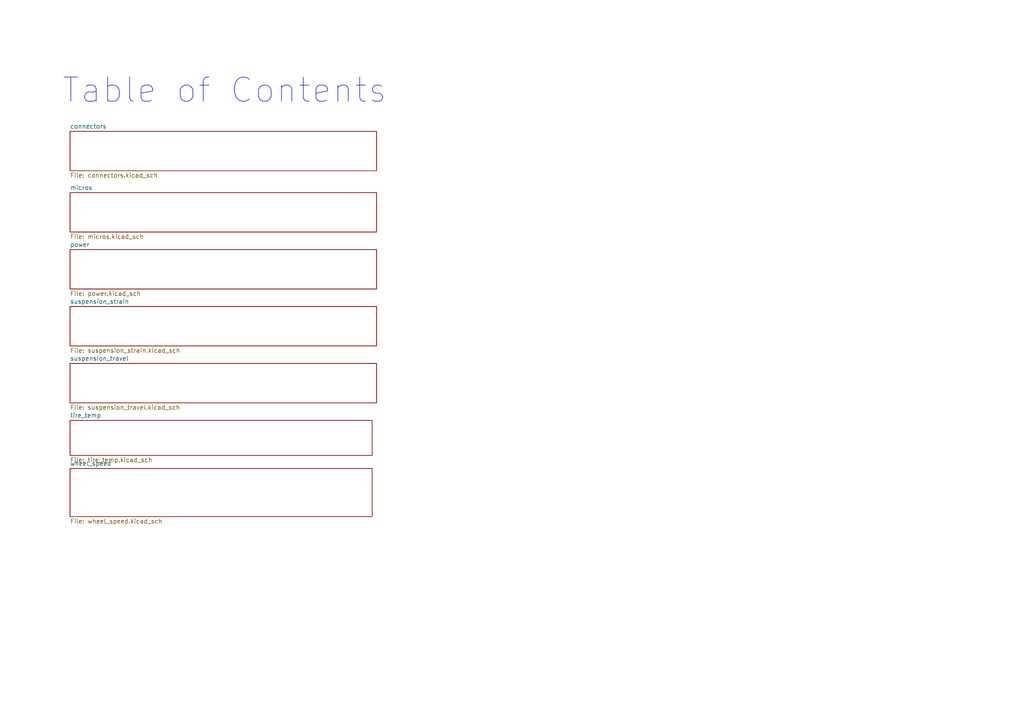
<source format=kicad_sch>
(kicad_sch (version 20211123) (generator eeschema)
  (paper "A4")
  (lib_symbols)
  (text "Table of Contents" (at 17.78 30.48 0) (effects (font (size 7.0104 7.0104)) (justify left bottom)))
  (sheet (at 20.32 38.1) (size 88.9 11.43)
    (property "Sheet name" "connectors" (at 20.32 37.3884 0) (effects (justify left bottom)))
    (property "Sheet file" "connectors.kicad_sch" (at 20.32 50.1146 0) (effects (justify left top)))
  )
  (sheet (at 20.32 55.88) (size 88.9 11.43)
    (property "Sheet name" "micros" (at 20.32 55.1684 0) (effects (justify left bottom)))
    (property "Sheet file" "micros.kicad_sch" (at 20.32 67.8946 0) (effects (justify left top)))
  )
  (sheet (at 20.32 72.39) (size 88.9 11.43)
    (property "Sheet name" "power" (at 20.32 71.6784 0) (effects (justify left bottom)))
    (property "Sheet file" "power.kicad_sch" (at 20.32 84.4046 0) (effects (justify left top)))
  )
  (sheet (at 20.32 88.9) (size 88.9 11.43)
    (property "Sheet name" "suspension_strain" (at 20.32 88.1884 0) (effects (justify left bottom)))
    (property "Sheet file" "suspension_strain.kicad_sch" (at 20.32 100.9146 0) (effects (justify left top)))
  )
  (sheet (at 20.32 105.41) (size 88.9 11.43)
    (property "Sheet name" "suspension_travel" (at 20.32 104.6984 0) (effects (justify left bottom)))
    (property "Sheet file" "suspension_travel.kicad_sch" (at 20.32 117.4246 0) (effects (justify left top)))
  )
  (sheet (at 20.32 121.92) (size 87.63 10.16)
    (property "Sheet name" "tire_temp" (at 20.32 121.2084 0) (effects (justify left bottom)))
    (property "Sheet file" "tire_temp.kicad_sch" (at 20.32 132.6646 0) (effects (justify left top)))
  )
  (sheet (at 20.32 135.89) (size 87.63 13.97)
    (property "Sheet name" "wheel_speed" (at 20.32 135.1784 0) (effects (justify left bottom)))
    (property "Sheet file" "wheel_speed.kicad_sch" (at 20.32 150.4446 0) (effects (justify left top)))
  )
)
</source>
